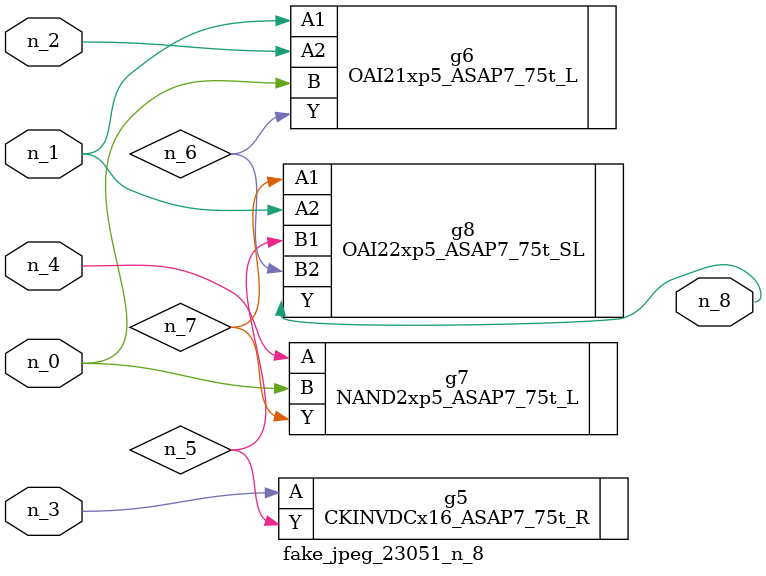
<source format=v>
module fake_jpeg_23051_n_8 (n_3, n_2, n_1, n_0, n_4, n_8);

input n_3;
input n_2;
input n_1;
input n_0;
input n_4;

output n_8;

wire n_6;
wire n_5;
wire n_7;

CKINVDCx16_ASAP7_75t_R g5 ( 
.A(n_3),
.Y(n_5)
);

OAI21xp5_ASAP7_75t_L g6 ( 
.A1(n_1),
.A2(n_2),
.B(n_0),
.Y(n_6)
);

NAND2xp5_ASAP7_75t_L g7 ( 
.A(n_4),
.B(n_0),
.Y(n_7)
);

OAI22xp5_ASAP7_75t_SL g8 ( 
.A1(n_7),
.A2(n_1),
.B1(n_5),
.B2(n_6),
.Y(n_8)
);


endmodule
</source>
